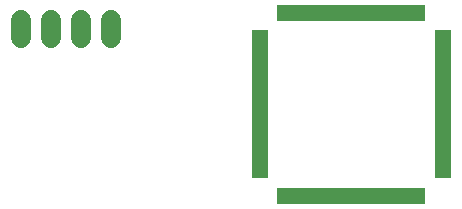
<source format=gts>
G75*
%MOIN*%
%OFA0B0*%
%FSLAX25Y25*%
%IPPOS*%
%LPD*%
%AMOC8*
5,1,8,0,0,1.08239X$1,22.5*
%
%ADD10R,0.01981X0.05524*%
%ADD11R,0.05524X0.01981*%
%ADD12C,0.06737*%
D10*
X0212378Y0085488D03*
X0214346Y0085488D03*
X0216315Y0085488D03*
X0218283Y0085488D03*
X0220252Y0085488D03*
X0222220Y0085488D03*
X0224189Y0085488D03*
X0226157Y0085488D03*
X0228126Y0085488D03*
X0230094Y0085488D03*
X0232063Y0085488D03*
X0234031Y0085488D03*
X0236000Y0085488D03*
X0237969Y0085488D03*
X0239937Y0085488D03*
X0241906Y0085488D03*
X0243874Y0085488D03*
X0245843Y0085488D03*
X0247811Y0085488D03*
X0249780Y0085488D03*
X0251748Y0085488D03*
X0253717Y0085488D03*
X0255685Y0085488D03*
X0257654Y0085488D03*
X0259622Y0085488D03*
X0259622Y0146512D03*
X0257654Y0146512D03*
X0255685Y0146512D03*
X0253717Y0146512D03*
X0251748Y0146512D03*
X0249780Y0146512D03*
X0247811Y0146512D03*
X0245843Y0146512D03*
X0243874Y0146512D03*
X0241906Y0146512D03*
X0239937Y0146512D03*
X0237969Y0146512D03*
X0236000Y0146512D03*
X0234031Y0146512D03*
X0232063Y0146512D03*
X0230094Y0146512D03*
X0228126Y0146512D03*
X0226157Y0146512D03*
X0224189Y0146512D03*
X0222220Y0146512D03*
X0220252Y0146512D03*
X0218283Y0146512D03*
X0216315Y0146512D03*
X0214346Y0146512D03*
X0212378Y0146512D03*
D11*
X0205488Y0092378D03*
X0205488Y0094346D03*
X0205488Y0096315D03*
X0205488Y0098283D03*
X0205488Y0100252D03*
X0205488Y0102220D03*
X0205488Y0104189D03*
X0205488Y0106157D03*
X0205488Y0108126D03*
X0205488Y0110094D03*
X0205488Y0112063D03*
X0205488Y0114031D03*
X0205488Y0116000D03*
X0205488Y0117969D03*
X0205488Y0119937D03*
X0205488Y0121906D03*
X0205488Y0123874D03*
X0205488Y0125843D03*
X0205488Y0127811D03*
X0205488Y0129780D03*
X0205488Y0131748D03*
X0205488Y0133717D03*
X0205488Y0135685D03*
X0205488Y0137654D03*
X0205488Y0139622D03*
X0266512Y0139622D03*
X0266512Y0137654D03*
X0266512Y0135685D03*
X0266512Y0133717D03*
X0266512Y0131748D03*
X0266512Y0129780D03*
X0266512Y0127811D03*
X0266512Y0125843D03*
X0266512Y0123874D03*
X0266512Y0121906D03*
X0266512Y0119937D03*
X0266512Y0117969D03*
X0266512Y0116000D03*
X0266512Y0114031D03*
X0266512Y0112063D03*
X0266512Y0110094D03*
X0266512Y0108126D03*
X0266512Y0106157D03*
X0266512Y0104189D03*
X0266512Y0102220D03*
X0266512Y0100252D03*
X0266512Y0098283D03*
X0266512Y0096378D03*
X0266512Y0094346D03*
X0266512Y0092315D03*
D12*
X0156000Y0138031D02*
X0156000Y0143969D01*
X0146000Y0143969D02*
X0146000Y0138031D01*
X0136000Y0138031D02*
X0136000Y0143969D01*
X0126000Y0143969D02*
X0126000Y0138031D01*
M02*

</source>
